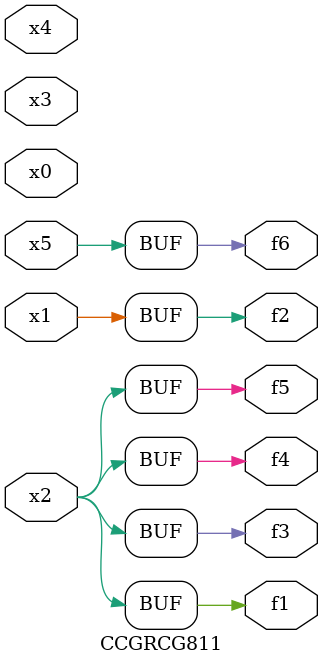
<source format=v>
module CCGRCG811(
	input x0, x1, x2, x3, x4, x5,
	output f1, f2, f3, f4, f5, f6
);
	assign f1 = x2;
	assign f2 = x1;
	assign f3 = x2;
	assign f4 = x2;
	assign f5 = x2;
	assign f6 = x5;
endmodule

</source>
